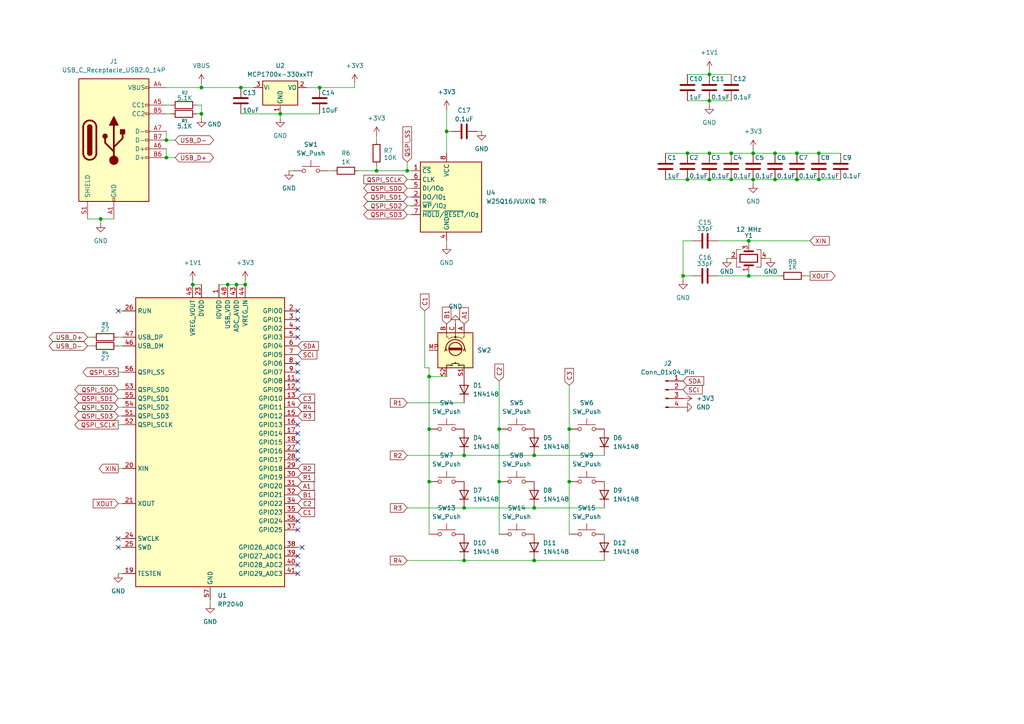
<source format=kicad_sch>
(kicad_sch (version 20250114) (generator "eeschema") (generator_version "9.0")
  (paper "A4")
  (lib_symbols
    (symbol "Connector:Conn_01x04_Pin" (pin_names (offset 1.016) (hide yes))
      (property "Reference" "J" (at 0 5.08 0))
      (property "Value" "Conn_01x04_Pin" (at 0 -7.62 0))
      (symbol "Conn_01x04_Pin_1_1"
        (pin passive line (at 5.08 2.54 180) (length 3.81) (name "Pin_1") (number "1"))
        (pin passive line (at 5.08 0 180) (length 3.81) (name "Pin_2") (number "2"))
        (pin passive line (at 5.08 -2.54 180) (length 3.81) (name "Pin_3") (number "3"))
        (pin passive line (at 5.08 -5.08 180) (length 3.81) (name "Pin_4") (number "4"))
      )
    )
    (symbol "Connector:USB_C_Receptacle_USB2.0_14P" (pin_names (offset 1.016))
      (property "Reference" "J" (at 0 22.225 0))
      (property "Value" "USB_C_Receptacle_USB2.0_14P" (at 0 19.685 0))
      (symbol "USB_C_Receptacle_USB2.0_14P_1_1"
        (pin passive line (at -7.62 -22.86 90) (length 5.08) (name "SHIELD") (number "S1"))
        (pin passive line (at 0 -22.86 90) (length 5.08) (name "GND") (number "A1"))
        (pin passive line (at 0 -22.86 90) (length 5.08) (hide yes) (name "GND") (number "A12"))
        (pin passive line (at 0 -22.86 90) (length 5.08) (hide yes) (name "GND") (number "B1"))
        (pin passive line (at 0 -22.86 90) (length 5.08) (hide yes) (name "GND") (number "B12"))
        (pin passive line (at 15.24 15.24 180) (length 5.08) (name "VBUS") (number "A4"))
        (pin passive line (at 15.24 15.24 180) (length 5.08) (hide yes) (name "VBUS") (number "A9"))
        (pin passive line (at 15.24 15.24 180) (length 5.08) (hide yes) (name "VBUS") (number "B4"))
        (pin passive line (at 15.24 15.24 180) (length 5.08) (hide yes) (name "VBUS") (number "B9"))
        (pin bidirectional line (at 15.24 10.16 180) (length 5.08) (name "CC1") (number "A5"))
        (pin bidirectional line (at 15.24 7.62 180) (length 5.08) (name "CC2") (number "B5"))
        (pin bidirectional line (at 15.24 2.54 180) (length 5.08) (name "D-") (number "A7"))
        (pin bidirectional line (at 15.24 0 180) (length 5.08) (name "D-") (number "B7"))
        (pin bidirectional line (at 15.24 -2.54 180) (length 5.08) (name "D+") (number "A6"))
        (pin bidirectional line (at 15.24 -5.08 180) (length 5.08) (name "D+") (number "B6"))
      )
    )
    (symbol "Device:C" (pin_numbers (hide yes)) (pin_names (offset 0.254))
      (property "Reference" "C" (at 0.635 2.54 0))
      (property "Value" "C" (at 0.635 -2.54 0))
      (symbol "C_1_1"
        (pin passive line (at 0 3.81 270) (length 2.794) (name "~") (number "1"))
        (pin passive line (at 0 -3.81 90) (length 2.794) (name "~") (number "2"))
      )
    )
    (symbol "Device:Crystal_GND24" (pin_names (offset 1.016) (hide yes))
      (property "Reference" "Y" (at 3.175 5.08 0))
      (property "Value" "Crystal_GND24" (at 3.175 3.175 0))
      (symbol "Crystal_GND24_1_1"
        (pin passive line (at -3.81 0 0) (length 1.27) (name "1") (number "1"))
        (pin passive line (at 0 5.08 270) (length 1.27) (name "2") (number "2"))
        (pin passive line (at 0 -5.08 90) (length 1.27) (name "4") (number "4"))
        (pin passive line (at 3.81 0 180) (length 1.27) (name "3") (number "3"))
      )
    )
    (symbol "Device:R" (pin_numbers (hide yes)) (pin_names (offset 0))
      (property "Reference" "R" (at 2.032 0 90))
      (property "Value" "R" (at 0 0 90))
      (symbol "R_1_1"
        (pin passive line (at 0 3.81 270) (length 1.27) (name "~") (number "1"))
        (pin passive line (at 0 -3.81 90) (length 1.27) (name "~") (number "2"))
      )
    )
    (symbol "Device:RotaryEncoder_Switch_MP" (pin_names (offset 0.254) (hide yes))
      (property "Reference" "SW" (at 0 8.89 0))
      (property "Value" "RotaryEncoder_Switch_MP" (at 0 6.35 0))
      (symbol "RotaryEncoder_Switch_MP_1_1"
        (pin passive line (at -7.62 2.54 0) (length 2.54) (name "A") (number "A"))
        (pin passive line (at -7.62 0 0) (length 2.54) (name "C") (number "C"))
        (pin passive line (at -7.62 -2.54 0) (length 2.54) (name "B") (number "B"))
        (pin passive line (at 0 -7.62 90) (length 2.54) (name "MP") (number "MP"))
        (pin passive line (at 7.62 2.54 180) (length 2.54) (name "S1") (number "S1"))
        (pin passive line (at 7.62 -2.54 180) (length 2.54) (name "S2") (number "S2"))
      )
    )
    (symbol "Diode:1N4148" (pin_numbers (hide yes)) (pin_names (hide yes))
      (property "Reference" "D" (at 0 2.54 0))
      (property "Value" "1N4148" (at 0 -2.54 0))
      (symbol "1N4148_1_1"
        (pin passive line (at -3.81 0 0) (length 2.54) (name "K") (number "1"))
        (pin passive line (at 3.81 0 180) (length 2.54) (name "A") (number "2"))
      )
    )
    (symbol "MCU_RaspberryPi:RP2040"
      (property "Reference" "U" (at 17.78 45.72 0))
      (property "Value" "RP2040" (at 17.78 43.18 0))
      (symbol "RP2040_1_1"
        (pin input line (at -25.4 38.1 0) (length 3.81) (name "RUN") (number "26"))
        (pin bidirectional line (at -25.4 30.48 0) (length 3.81) (name "USB_DP") (number "47"))
        (pin bidirectional line (at -25.4 27.94 0) (length 3.81) (name "USB_DM") (number "46"))
        (pin bidirectional line (at -25.4 20.32 0) (length 3.81) (name "QSPI_SS") (number "56"))
        (pin bidirectional line (at -25.4 15.24 0) (length 3.81) (name "QSPI_SD0") (number "53"))
        (pin bidirectional line (at -25.4 12.7 0) (length 3.81) (name "QSPI_SD1") (number "55"))
        (pin bidirectional line (at -25.4 10.16 0) (length 3.81) (name "QSPI_SD2") (number "54"))
        (pin bidirectional line (at -25.4 7.62 0) (length 3.81) (name "QSPI_SD3") (number "51"))
        (pin output line (at -25.4 5.08 0) (length 3.81) (name "QSPI_SCLK") (number "52"))
        (pin input line (at -25.4 -7.62 0) (length 3.81) (name "XIN") (number "20"))
        (pin passive line (at -25.4 -17.78 0) (length 3.81) (name "XOUT") (number "21"))
        (pin input line (at -25.4 -27.94 0) (length 3.81) (name "SWCLK") (number "24"))
        (pin bidirectional line (at -25.4 -30.48 0) (length 3.81) (name "SWD") (number "25"))
        (pin input line (at -25.4 -38.1 0) (length 3.81) (name "TESTEN") (number "19"))
        (pin power_out line (at -5.08 45.72 270) (length 3.81) (name "VREG_VOUT") (number "45"))
        (pin power_in line (at -2.54 45.72 270) (length 3.81) (name "DVDD") (number "23"))
        (pin passive line (at -2.54 45.72 270) (length 3.81) (hide yes) (name "DVDD") (number "50"))
        (pin power_in line (at 0 -45.72 90) (length 3.81) (name "GND") (number "57"))
        (pin power_in line (at 2.54 45.72 270) (length 3.81) (name "IOVDD") (number "1"))
        (pin passive line (at 2.54 45.72 270) (length 3.81) (hide yes) (name "IOVDD") (number "10"))
        (pin passive line (at 2.54 45.72 270) (length 3.81) (hide yes) (name "IOVDD") (number "22"))
        (pin passive line (at 2.54 45.72 270) (length 3.81) (hide yes) (name "IOVDD") (number "33"))
        (pin passive line (at 2.54 45.72 270) (length 3.81) (hide yes) (name "IOVDD") (number "42"))
        (pin passive line (at 2.54 45.72 270) (length 3.81) (hide yes) (name "IOVDD") (number "49"))
        (pin power_in line (at 5.08 45.72 270) (length 3.81) (name "USB_VDD") (number "48"))
        (pin power_in line (at 7.62 45.72 270) (length 3.81) (name "ADC_AVDD") (number "43"))
        (pin power_in line (at 10.16 45.72 270) (length 3.81) (name "VREG_IN") (number "44"))
        (pin bidirectional line (at 25.4 38.1 180) (length 3.81) (name "GPIO0") (number "2"))
        (pin bidirectional line (at 25.4 35.56 180) (length 3.81) (name "GPIO1") (number "3"))
        (pin bidirectional line (at 25.4 33.02 180) (length 3.81) (name "GPIO2") (number "4"))
        (pin bidirectional line (at 25.4 30.48 180) (length 3.81) (name "GPIO3") (number "5"))
        (pin bidirectional line (at 25.4 27.94 180) (length 3.81) (name "GPIO4") (number "6"))
        (pin bidirectional line (at 25.4 25.4 180) (length 3.81) (name "GPIO5") (number "7"))
        (pin bidirectional line (at 25.4 22.86 180) (length 3.81) (name "GPIO6") (number "8"))
        (pin bidirectional line (at 25.4 20.32 180) (length 3.81) (name "GPIO7") (number "9"))
        (pin bidirectional line (at 25.4 17.78 180) (length 3.81) (name "GPIO8") (number "11"))
        (pin bidirectional line (at 25.4 15.24 180) (length 3.81) (name "GPIO9") (number "12"))
        (pin bidirectional line (at 25.4 12.7 180) (length 3.81) (name "GPIO10") (number "13"))
        (pin bidirectional line (at 25.4 10.16 180) (length 3.81) (name "GPIO11") (number "14"))
        (pin bidirectional line (at 25.4 7.62 180) (length 3.81) (name "GPIO12") (number "15"))
        (pin bidirectional line (at 25.4 5.08 180) (length 3.81) (name "GPIO13") (number "16"))
        (pin bidirectional line (at 25.4 2.54 180) (length 3.81) (name "GPIO14") (number "17"))
        (pin bidirectional line (at 25.4 0 180) (length 3.81) (name "GPIO15") (number "18"))
        (pin bidirectional line (at 25.4 -2.54 180) (length 3.81) (name "GPIO16") (number "27"))
        (pin bidirectional line (at 25.4 -5.08 180) (length 3.81) (name "GPIO17") (number "28"))
        (pin bidirectional line (at 25.4 -7.62 180) (length 3.81) (name "GPIO18") (number "29"))
        (pin bidirectional line (at 25.4 -10.16 180) (length 3.81) (name "GPIO19") (number "30"))
        (pin bidirectional line (at 25.4 -12.7 180) (length 3.81) (name "GPIO20") (number "31"))
        (pin bidirectional line (at 25.4 -15.24 180) (length 3.81) (name "GPIO21") (number "32"))
        (pin bidirectional line (at 25.4 -17.78 180) (length 3.81) (name "GPIO22") (number "34"))
        (pin bidirectional line (at 25.4 -20.32 180) (length 3.81) (name "GPIO23") (number "35"))
        (pin bidirectional line (at 25.4 -22.86 180) (length 3.81) (name "GPIO24") (number "36"))
        (pin bidirectional line (at 25.4 -25.4 180) (length 3.81) (name "GPIO25") (number "37"))
        (pin bidirectional line (at 25.4 -30.48 180) (length 3.81) (name "GPIO26_ADC0") (number "38"))
        (pin bidirectional line (at 25.4 -33.02 180) (length 3.81) (name "GPIO27_ADC1") (number "39"))
        (pin bidirectional line (at 25.4 -35.56 180) (length 3.81) (name "GPIO28_ADC2") (number "40"))
        (pin bidirectional line (at 25.4 -38.1 180) (length 3.81) (name "GPIO29_ADC3") (number "41"))
      )
    )
    (symbol "Memory_Flash:W25Q16JVSS"
      (property "Reference" "U" (at -6.35 11.43 0))
      (property "Value" "W25Q16JVSS" (at 7.62 11.43 0))
      (symbol "W25Q16JVSS_1_1"
        (pin input line (at -10.16 7.62 0) (length 2.54) (name "~{CS}") (number "1"))
        (pin input line (at -10.16 5.08 0) (length 2.54) (name "CLK") (number "6"))
        (pin bidirectional line (at -10.16 2.54 0) (length 2.54) (name "DI/IO_{0}") (number "5"))
        (pin bidirectional line (at -10.16 0 0) (length 2.54) (name "DO/IO_{1}") (number "2"))
        (pin bidirectional line (at -10.16 -2.54 0) (length 2.54) (name "~{WP}/IO_{2}") (number "3"))
        (pin bidirectional line (at -10.16 -5.08 0) (length 2.54) (name "~{HOLD}/~{RESET}/IO_{3}") (number "7"))
        (pin power_in line (at 0 12.7 270) (length 2.54) (name "VCC") (number "8"))
        (pin power_in line (at 0 -12.7 90) (length 2.54) (name "GND") (number "4"))
      )
    )
    (symbol "Regulator_Linear:MCP1700x-330xxTT" (pin_names (offset 0.254))
      (property "Reference" "U" (at -3.81 3.175 0))
      (property "Value" "MCP1700x-330xxTT" (at 0 3.175 0))
      (symbol "MCP1700x-330xxTT_1_1"
        (pin power_in line (at -7.62 0 0) (length 2.54) (name "VI") (number "3"))
        (pin power_in line (at 0 -7.62 90) (length 2.54) (name "GND") (number "1"))
        (pin power_out line (at 7.62 0 180) (length 2.54) (name "VO") (number "2"))
      )
    )
    (symbol "Switch:SW_Push" (pin_numbers (hide yes)) (pin_names (offset 1.016) (hide yes))
      (property "Reference" "SW" (at 1.27 2.54 0))
      (property "Value" "SW_Push" (at 0 -1.524 0))
      (symbol "SW_Push_0_1"
        (pin passive line (at -5.08 0 0) (length 2.54) (name "1") (number "1"))
        (pin passive line (at 5.08 0 180) (length 2.54) (name "2") (number "2"))
      )
    )
    (symbol "power:+1V1" (power) (pin_numbers (hide yes)) (pin_names (offset 0) (hide yes))
      (property "Value" "+1V1" (at 0 3.556 0))
      (symbol "+1V1_1_1"
        (pin power_in line (at 0 0 90) (length 0) (name "~") (number "1"))
      )
    )
    (symbol "power:+3V3" (power) (pin_numbers (hide yes)) (pin_names (offset 0) (hide yes))
      (property "Value" "+3V3" (at 0 3.556 0))
      (symbol "+3V3_1_1"
        (pin power_in line (at 0 0 90) (length 0) (name "~") (number "1"))
      )
    )
    (symbol "power:GND" (power) (pin_numbers (hide yes)) (pin_names (offset 0) (hide yes))
      (property "Value" "GND" (at 0 -3.81 0))
      (symbol "GND_1_1"
        (pin power_in line (at 0 0 270) (length 0) (name "~") (number "1"))
      )
    )
    (symbol "power:VBUS" (power) (pin_numbers (hide yes)) (pin_names (offset 0) (hide yes))
      (property "Value" "VBUS" (at 0 3.556 0))
      (symbol "VBUS_1_1"
        (pin power_in line (at 0 0 90) (length 0) (name "~") (number "1"))
      )
    )
  )
  (junction (at 212.09 52.07))
  (junction (at 81.28 33.02))
  (junction (at 224.79 52.07))
  (junction (at 205.74 21.59))
  (junction (at 237.49 52.07))
  (junction (at 165.1 124.46))
  (junction (at 231.14 44.45))
  (junction (at 66.04 82.55))
  (junction (at 55.88 82.55))
  (junction (at 109.22 49.53))
  (junction (at 144.78 124.46))
  (junction (at 48.26 40.64))
  (junction (at 198.12 80.01))
  (junction (at 118.11 49.53))
  (junction (at 217.17 69.85))
  (junction (at 92.71 25.4))
  (junction (at 217.17 80.01))
  (junction (at 154.94 147.32))
  (junction (at 129.54 38.1))
  (junction (at 124.46 109.22))
  (junction (at 237.49 44.45))
  (junction (at 199.39 44.45))
  (junction (at 154.94 132.08))
  (junction (at 144.78 139.7))
  (junction (at 68.58 82.55))
  (junction (at 205.74 44.45))
  (junction (at 134.62 132.08))
  (junction (at 69.85 25.4))
  (junction (at 124.46 139.7))
  (junction (at 58.42 33.02))
  (junction (at 218.44 44.45))
  (junction (at 134.62 147.32))
  (junction (at 199.39 52.07))
  (junction (at 134.62 162.56))
  (junction (at 124.46 124.46))
  (junction (at 218.44 52.07))
  (junction (at 165.1 139.7))
  (junction (at 58.42 25.4))
  (junction (at 205.74 52.07))
  (junction (at 224.79 44.45))
  (junction (at 48.26 45.72))
  (junction (at 71.12 82.55))
  (junction (at 154.94 162.56))
  (junction (at 231.14 52.07))
  (junction (at 212.09 44.45))
  (junction (at 29.21 63.5))
  (junction (at 205.74 29.21))
  (no_connect (at 86.36 107.95))
  (no_connect (at 87.63 158.75))
  (no_connect (at 34.29 158.75))
  (no_connect (at 86.36 151.13))
  (no_connect (at 86.36 92.71))
  (no_connect (at 34.29 90.17))
  (no_connect (at 86.36 105.41))
  (no_connect (at 34.29 156.21))
  (no_connect (at 86.36 125.73))
  (no_connect (at 86.36 130.81))
  (no_connect (at 86.36 163.83))
  (no_connect (at 86.36 153.67))
  (no_connect (at 86.36 113.03))
  (no_connect (at 86.36 128.27))
  (no_connect (at 86.36 166.37))
  (no_connect (at 86.36 90.17))
  (no_connect (at 86.36 123.19))
  (no_connect (at 86.36 133.35))
  (no_connect (at 86.36 110.49))
  (no_connect (at 86.36 97.79))
  (no_connect (at 86.36 95.25))
  (no_connect (at 86.36 161.29))
  (wire (pts (xy 154.94 162.56) (xy 175.26 162.56)))
  (wire (pts (xy 58.42 24.13) (xy 58.42 25.4)))
  (wire (pts (xy 60.96 175.26) (xy 60.96 173.99)))
  (wire (pts (xy 69.85 25.4) (xy 73.66 25.4)))
  (wire (pts (xy 144.78 110.49) (xy 144.78 124.46)))
  (wire (pts (xy 102.87 25.4) (xy 92.71 25.4)))
  (wire (pts (xy 69.85 33.02) (xy 81.28 33.02)))
  (wire (pts (xy 218.44 53.34) (xy 218.44 52.07)))
  (wire (pts (xy 224.79 52.07) (xy 231.14 52.07)))
  (wire (pts (xy 34.29 156.21) (xy 35.56 156.21)))
  (wire (pts (xy 83.82 49.53) (xy 85.09 49.53)))
  (wire (pts (xy 205.74 29.21) (xy 212.09 29.21)))
  (wire (pts (xy 55.88 82.55) (xy 58.42 82.55)))
  (wire (pts (xy 224.79 44.45) (xy 231.14 44.45)))
  (wire (pts (xy 134.62 132.08) (xy 154.94 132.08)))
  (wire (pts (xy 144.78 124.46) (xy 144.78 139.7)))
  (wire (pts (xy 165.1 124.46) (xy 165.1 139.7)))
  (wire (pts (xy 118.11 54.61) (xy 119.38 54.61)))
  (wire (pts (xy 205.74 30.48) (xy 205.74 29.21)))
  (wire (pts (xy 154.94 147.32) (xy 175.26 147.32)))
  (wire (pts (xy 165.1 111.76) (xy 165.1 124.46)))
  (wire (pts (xy 212.09 52.07) (xy 218.44 52.07)))
  (wire (pts (xy 58.42 25.4) (xy 69.85 25.4)))
  (wire (pts (xy 154.94 132.08) (xy 175.26 132.08)))
  (wire (pts (xy 205.74 20.32) (xy 205.74 21.59)))
  (wire (pts (xy 34.29 146.05) (xy 35.56 146.05)))
  (wire (pts (xy 34.29 113.03) (xy 35.56 113.03)))
  (wire (pts (xy 81.28 33.02) (xy 92.71 33.02)))
  (wire (pts (xy 48.26 40.64) (xy 50.8 40.64)))
  (wire (pts (xy 63.5 82.55) (xy 66.04 82.55)))
  (wire (pts (xy 118.11 49.53) (xy 118.11 46.99)))
  (wire (pts (xy 124.46 106.68) (xy 124.46 109.22)))
  (wire (pts (xy 165.1 139.7) (xy 165.1 154.94)))
  (wire (pts (xy 129.54 71.12) (xy 129.54 69.85)))
  (wire (pts (xy 25.4 97.79) (xy 26.67 97.79)))
  (wire (pts (xy 124.46 124.46) (xy 124.46 109.22)))
  (wire (pts (xy 34.29 123.19) (xy 35.56 123.19)))
  (wire (pts (xy 124.46 124.46) (xy 124.46 139.7)))
  (wire (pts (xy 118.11 132.08) (xy 134.62 132.08)))
  (wire (pts (xy 25.4 100.33) (xy 26.67 100.33)))
  (wire (pts (xy 34.29 90.17) (xy 35.56 90.17)))
  (wire (pts (xy 55.88 81.28) (xy 55.88 82.55)))
  (wire (pts (xy 218.44 52.07) (xy 224.79 52.07)))
  (wire (pts (xy 205.74 52.07) (xy 212.09 52.07)))
  (wire (pts (xy 144.78 139.7) (xy 144.78 154.94)))
  (wire (pts (xy 87.63 158.75) (xy 86.36 158.75)))
  (wire (pts (xy 208.28 69.85) (xy 217.17 69.85)))
  (wire (pts (xy 212.09 44.45) (xy 218.44 44.45)))
  (wire (pts (xy 88.9 25.4) (xy 92.71 25.4)))
  (wire (pts (xy 102.87 24.13) (xy 102.87 25.4)))
  (wire (pts (xy 237.49 44.45) (xy 243.84 44.45)))
  (wire (pts (xy 118.11 52.07) (xy 119.38 52.07)))
  (wire (pts (xy 134.62 162.56) (xy 154.94 162.56)))
  (wire (pts (xy 198.12 80.01) (xy 200.66 80.01)))
  (wire (pts (xy 231.14 52.07) (xy 237.49 52.07)))
  (wire (pts (xy 199.39 44.45) (xy 205.74 44.45)))
  (wire (pts (xy 49.53 30.48) (xy 48.26 30.48)))
  (wire (pts (xy 217.17 69.85) (xy 234.95 69.85)))
  (wire (pts (xy 217.17 69.85) (xy 217.17 71.12)))
  (wire (pts (xy 199.39 52.07) (xy 205.74 52.07)))
  (wire (pts (xy 199.39 29.21) (xy 205.74 29.21)))
  (wire (pts (xy 205.74 44.45) (xy 212.09 44.45)))
  (wire (pts (xy 139.7 38.1) (xy 138.43 38.1)))
  (wire (pts (xy 34.29 135.89) (xy 35.56 135.89)))
  (wire (pts (xy 104.14 49.53) (xy 109.22 49.53)))
  (wire (pts (xy 109.22 48.26) (xy 109.22 49.53)))
  (wire (pts (xy 193.04 44.45) (xy 199.39 44.45)))
  (wire (pts (xy 200.66 69.85) (xy 198.12 69.85)))
  (wire (pts (xy 48.26 25.4) (xy 58.42 25.4)))
  (wire (pts (xy 208.28 80.01) (xy 217.17 80.01)))
  (wire (pts (xy 231.14 44.45) (xy 237.49 44.45)))
  (wire (pts (xy 68.58 82.55) (xy 71.12 82.55)))
  (wire (pts (xy 124.46 139.7) (xy 124.46 154.94)))
  (wire (pts (xy 118.11 57.15) (xy 119.38 57.15)))
  (wire (pts (xy 71.12 81.28) (xy 71.12 82.55)))
  (wire (pts (xy 57.15 33.02) (xy 58.42 33.02)))
  (wire (pts (xy 123.19 90.17) (xy 123.19 106.68)))
  (wire (pts (xy 237.49 52.07) (xy 243.84 52.07)))
  (wire (pts (xy 58.42 33.02) (xy 58.42 34.29)))
  (wire (pts (xy 234.95 80.01) (xy 233.68 80.01)))
  (wire (pts (xy 118.11 59.69) (xy 119.38 59.69)))
  (wire (pts (xy 29.21 63.5) (xy 33.02 63.5)))
  (wire (pts (xy 193.04 52.07) (xy 199.39 52.07)))
  (wire (pts (xy 34.29 166.37) (xy 35.56 166.37)))
  (wire (pts (xy 218.44 44.45) (xy 224.79 44.45)))
  (wire (pts (xy 34.29 120.65) (xy 35.56 120.65)))
  (wire (pts (xy 109.22 49.53) (xy 118.11 49.53)))
  (wire (pts (xy 198.12 81.28) (xy 198.12 80.01)))
  (wire (pts (xy 34.29 158.75) (xy 35.56 158.75)))
  (wire (pts (xy 218.44 43.18) (xy 218.44 44.45)))
  (wire (pts (xy 217.17 78.74) (xy 217.17 80.01)))
  (wire (pts (xy 129.54 31.75) (xy 129.54 38.1)))
  (wire (pts (xy 34.29 115.57) (xy 35.56 115.57)))
  (wire (pts (xy 34.29 107.95) (xy 35.56 107.95)))
  (wire (pts (xy 81.28 34.29) (xy 81.28 33.02)))
  (wire (pts (xy 57.15 30.48) (xy 58.42 30.48)))
  (wire (pts (xy 123.19 106.68) (xy 124.46 106.68)))
  (wire (pts (xy 118.11 147.32) (xy 134.62 147.32)))
  (wire (pts (xy 48.26 45.72) (xy 50.8 45.72)))
  (wire (pts (xy 118.11 162.56) (xy 134.62 162.56)))
  (wire (pts (xy 25.4 63.5) (xy 29.21 63.5)))
  (wire (pts (xy 210.82 74.93) (xy 212.09 74.93)))
  (wire (pts (xy 124.46 109.22) (xy 129.54 109.22)))
  (wire (pts (xy 34.29 100.33) (xy 35.56 100.33)))
  (wire (pts (xy 118.11 62.23) (xy 119.38 62.23)))
  (wire (pts (xy 48.26 38.1) (xy 48.26 40.64)))
  (wire (pts (xy 129.54 38.1) (xy 129.54 44.45)))
  (wire (pts (xy 109.22 39.37) (xy 109.22 40.64)))
  (wire (pts (xy 134.62 147.32) (xy 154.94 147.32)))
  (wire (pts (xy 66.04 82.55) (xy 68.58 82.55)))
  (wire (pts (xy 205.74 21.59) (xy 212.09 21.59)))
  (wire (pts (xy 118.11 49.53) (xy 119.38 49.53)))
  (wire (pts (xy 130.81 38.1) (xy 129.54 38.1)))
  (wire (pts (xy 58.42 30.48) (xy 58.42 33.02)))
  (wire (pts (xy 48.26 43.18) (xy 48.26 45.72)))
  (wire (pts (xy 29.21 64.77) (xy 29.21 63.5)))
  (wire (pts (xy 223.52 74.93) (xy 222.25 74.93)))
  (wire (pts (xy 34.29 118.11) (xy 35.56 118.11)))
  (wire (pts (xy 217.17 80.01) (xy 226.06 80.01)))
  (wire (pts (xy 199.39 21.59) (xy 205.74 21.59)))
  (wire (pts (xy 34.29 97.79) (xy 35.56 97.79)))
  (wire (pts (xy 49.53 33.02) (xy 48.26 33.02)))
  (wire (pts (xy 198.12 69.85) (xy 198.12 80.01)))
  (wire (pts (xy 118.11 116.84) (xy 134.62 116.84)))
  (wire (pts (xy 95.25 49.53) (xy 96.52 49.53)))
  (global_label "C2" (shape input) (at 144.78 110.49 90) (property "Intersheetrefs" "${INTERSHEET_REFS}" (effects (hide yes))))
  (global_label "USB_D+" (shape bidirectional) (at 50.8 45.72 0) (property "Intersheetrefs" "${INTERSHEET_REFS}" (effects (hide yes))))
  (global_label "R4" (shape input) (at 118.11 162.56 180) (property "Intersheetrefs" "${INTERSHEET_REFS}" (effects (hide yes))))
  (global_label "XIN" (shape input) (at 234.95 69.85 0) (property "Intersheetrefs" "${INTERSHEET_REFS}" (effects (hide yes))))
  (global_label "R3" (shape input) (at 118.11 147.32 180) (property "Intersheetrefs" "${INTERSHEET_REFS}" (effects (hide yes))))
  (global_label "XOUT" (shape output) (at 234.95 80.01 0) (property "Intersheetrefs" "${INTERSHEET_REFS}" (effects (hide yes))))
  (global_label "QSPI_SD2" (shape bidirectional) (at 34.29 118.11 180) (property "Intersheetrefs" "${INTERSHEET_REFS}" (effects (hide yes))))
  (global_label "QSPI_SCLK" (shape output) (at 34.29 123.19 180) (property "Intersheetrefs" "${INTERSHEET_REFS}" (effects (hide yes))))
  (global_label "QSPI_SD3" (shape bidirectional) (at 34.29 120.65 180) (property "Intersheetrefs" "${INTERSHEET_REFS}" (effects (hide yes))))
  (global_label "QSPI_SS" (shape output) (at 34.29 107.95 180) (property "Intersheetrefs" "${INTERSHEET_REFS}" (effects (hide yes))))
  (global_label "USB_D-" (shape bidirectional) (at 50.8 40.64 0) (property "Intersheetrefs" "${INTERSHEET_REFS}" (effects (hide yes))))
  (global_label "QSPI_SD2" (shape bidirectional) (at 118.11 59.69 180) (property "Intersheetrefs" "${INTERSHEET_REFS}" (effects (hide yes))))
  (global_label "XIN" (shape output) (at 34.29 135.89 180) (property "Intersheetrefs" "${INTERSHEET_REFS}" (effects (hide yes))))
  (global_label "QSPI_SD1" (shape bidirectional) (at 118.11 57.15 180) (property "Intersheetrefs" "${INTERSHEET_REFS}" (effects (hide yes))))
  (global_label "R4" (shape input) (at 86.36 118.11 0) (property "Intersheetrefs" "${INTERSHEET_REFS}" (effects (hide yes))))
  (global_label "C1" (shape input) (at 86.36 148.59 0) (property "Intersheetrefs" "${INTERSHEET_REFS}" (effects (hide yes))))
  (global_label "QSPI_SD0" (shape bidirectional) (at 34.29 113.03 180) (property "Intersheetrefs" "${INTERSHEET_REFS}" (effects (hide yes))))
  (global_label "B1" (shape input) (at 129.54 93.98 90) (property "Intersheetrefs" "${INTERSHEET_REFS}" (effects (hide yes))))
  (global_label "QSPI_SCLK" (shape input) (at 118.11 52.07 180) (property "Intersheetrefs" "${INTERSHEET_REFS}" (effects (hide yes))))
  (global_label "R2" (shape input) (at 118.11 132.08 180) (property "Intersheetrefs" "${INTERSHEET_REFS}" (effects (hide yes))))
  (global_label "SDA" (shape input) (at 198.12 110.49 0) (property "Intersheetrefs" "${INTERSHEET_REFS}" (effects (hide yes))))
  (global_label "SDA" (shape input) (at 86.36 100.33 0) (property "Intersheetrefs" "${INTERSHEET_REFS}" (effects (hide yes))))
  (global_label "USB_D-" (shape bidirectional) (at 25.4 100.33 180) (property "Intersheetrefs" "${INTERSHEET_REFS}" (effects (hide yes))))
  (global_label "QSPI_SD1" (shape bidirectional) (at 34.29 115.57 180) (property "Intersheetrefs" "${INTERSHEET_REFS}" (effects (hide yes))))
  (global_label "USB_D+" (shape bidirectional) (at 25.4 97.79 180) (property "Intersheetrefs" "${INTERSHEET_REFS}" (effects (hide yes))))
  (global_label "R1" (shape input) (at 86.36 138.43 0) (property "Intersheetrefs" "${INTERSHEET_REFS}" (effects (hide yes))))
  (global_label "QSPI_SD3" (shape bidirectional) (at 118.11 62.23 180) (property "Intersheetrefs" "${INTERSHEET_REFS}" (effects (hide yes))))
  (global_label "C3" (shape input) (at 165.1 111.76 90) (property "Intersheetrefs" "${INTERSHEET_REFS}" (effects (hide yes))))
  (global_label "SCl" (shape input) (at 86.36 102.87 0) (property "Intersheetrefs" "${INTERSHEET_REFS}" (effects (hide yes))))
  (global_label "C1" (shape input) (at 123.19 90.17 90) (property "Intersheetrefs" "${INTERSHEET_REFS}" (effects (hide yes))))
  (global_label "R2" (shape input) (at 86.36 135.89 0) (property "Intersheetrefs" "${INTERSHEET_REFS}" (effects (hide yes))))
  (global_label "A1" (shape input) (at 134.62 93.98 90) (property "Intersheetrefs" "${INTERSHEET_REFS}" (effects (hide yes))))
  (global_label "R3" (shape input) (at 86.36 120.65 0) (property "Intersheetrefs" "${INTERSHEET_REFS}" (effects (hide yes))))
  (global_label "QSPI_SS" (shape input) (at 118.11 46.99 90) (property "Intersheetrefs" "${INTERSHEET_REFS}" (effects (hide yes))))
  (global_label "A1" (shape input) (at 86.36 140.97 0) (property "Intersheetrefs" "${INTERSHEET_REFS}" (effects (hide yes))))
  (global_label "C2" (shape input) (at 86.36 146.05 0) (property "Intersheetrefs" "${INTERSHEET_REFS}" (effects (hide yes))))
  (global_label "B1" (shape input) (at 86.36 143.51 0) (property "Intersheetrefs" "${INTERSHEET_REFS}" (effects (hide yes))))
  (global_label "QSPI_SD0" (shape bidirectional) (at 118.11 54.61 180) (property "Intersheetrefs" "${INTERSHEET_REFS}" (effects (hide yes))))
  (global_label "R1" (shape input) (at 118.11 116.84 180) (property "Intersheetrefs" "${INTERSHEET_REFS}" (effects (hide yes))))
  (global_label "XOUT" (shape input) (at 34.29 146.05 180) (property "Intersheetrefs" "${INTERSHEET_REFS}" (effects (hide yes))))
  (global_label "C3" (shape input) (at 86.36 115.57 0) (property "Intersheetrefs" "${INTERSHEET_REFS}" (effects (hide yes))))
  (global_label "SCl" (shape input) (at 198.12 113.03 0) (property "Intersheetrefs" "${INTERSHEET_REFS}" (effects (hide yes))))
  (symbol (lib_id "Device:C") (at 204.47 69.85 90) (unit 1)
    (property "Reference" "C15" (at 204.47 64.516 90))
    (property "Value" "33pF" (at 204.47 66.294 90))
    (property "Footprint" "Capacitor_SMD:C_0402_1005Metric" (effects (hide yes)))
    (property "Description" "Unpolarized capacitor" (effects (hide yes)))
  )
  (symbol (lib_id "Switch:SW_Push") (at 170.18 124.46 0) (unit 1)
    (property "Reference" "SW6" (at 170.18 116.84 0))
    (property "Value" "SW_Push" (at 170.18 119.38 0))
    (property "Footprint" "Button_Switch_Keyboard:SW_Cherry_MX_1.00u_PCB" (effects (hide yes)))
    (property "Description" "Push button switch, generic, two pins" (effects (hide yes)))
  )
  (symbol (lib_id "power:+3V3") (at 129.54 31.75 0) (unit 1)
    (property "Reference" "#PWR016" (effects (hide yes)))
    (property "Value" "+3V3" (at 129.54 26.67 0))
    (property "Description" "Power symbol creates a global label with name \"+3V3\"" (effects (hide yes)))
  )
  (symbol (lib_id "Device:C") (at 205.74 25.4 0) (unit 1)
    (property "Reference" "C11" (at 206.248 22.86 0) (effects (justify left)))
    (property "Value" "0.1uF" (at 206.248 28.194 0) (effects (justify left)))
    (property "Footprint" "Capacitor_SMD:C_0402_1005Metric" (effects (hide yes)))
    (property "Description" "Unpolarized capacitor" (effects (hide yes)))
  )
  (symbol (lib_id "Switch:SW_Push") (at 129.54 139.7 0) (unit 1)
    (property "Reference" "SW7" (at 129.54 132.08 0))
    (property "Value" "SW_Push" (at 129.54 134.62 0))
    (property "Footprint" "Button_Switch_Keyboard:SW_Cherry_MX_1.00u_PCB" (effects (hide yes)))
    (property "Description" "Push button switch, generic, two pins" (effects (hide yes)))
  )
  (symbol (lib_id "power:GND") (at 132.08 93.98 180) (unit 1)
    (property "Reference" "#PWR024" (effects (hide yes)))
    (property "Value" "GND" (at 132.08 88.9 0))
    (property "Description" "Power symbol creates a global label with name \"GND\" , ground" (effects (hide yes)))
  )
  (symbol (lib_id "Diode:1N4148") (at 175.26 158.75 90) (unit 1)
    (property "Reference" "D12" (at 177.8 157.4799 90) (effects (justify right)))
    (property "Value" "1N4148" (at 177.8 160.0199 90) (effects (justify right)))
    (property "Footprint" "Diode_THT:D_DO-35_SOD27_P7.62mm_Horizontal" (effects (hide yes)))
    (property "Datasheet" "https://assets.nexperia.com/documents/data-sheet/1N4148_1N4448.pdf" (effects (hide yes)))
    (property "Description" "100V 0.15A standard switching diode, DO-35" (effects (hide yes)))
    (property "Sim.Device" "D" (effects (hide yes)))
    (property "Sim.Pins" "1=K 2=A" (effects (hide yes)))
  )
  (symbol (lib_id "power:+1V1") (at 55.88 81.28 0) (unit 1)
    (property "Reference" "#PWR01" (effects (hide yes)))
    (property "Value" "+1V1" (at 55.88 76.2 0))
    (property "Description" "Power symbol creates a global label with name \"+1V1\"" (effects (hide yes)))
  )
  (symbol (lib_id "power:GND") (at 205.74 30.48 0) (unit 1)
    (property "Reference" "#PWR05" (effects (hide yes)))
    (property "Value" "GND" (at 205.74 35.56 0))
    (property "Description" "Power symbol creates a global label with name \"GND\" , ground" (effects (hide yes)))
  )
  (symbol (lib_id "power:GND") (at 129.54 71.12 0) (unit 1)
    (property "Reference" "#PWR017" (effects (hide yes)))
    (property "Value" "GND" (at 129.54 76.2 0))
    (property "Description" "Power symbol creates a global label with name \"GND\" , ground" (effects (hide yes)))
  )
  (symbol (lib_id "Device:R") (at 109.22 44.45 180) (unit 1)
    (property "Reference" "R7" (at 111.252 43.688 0) (effects (justify right)))
    (property "Value" "10K" (at 111.252 45.72 0) (effects (justify right)))
    (property "Footprint" "Resistor_SMD:R_0402_1005Metric" (effects (hide yes)))
    (property "Description" "Resistor" (effects (hide yes)))
  )
  (symbol (lib_id "Diode:1N4148") (at 134.62 143.51 90) (unit 1)
    (property "Reference" "D7" (at 137.16 142.2399 90) (effects (justify right)))
    (property "Value" "1N4148" (at 137.16 144.7799 90) (effects (justify right)))
    (property "Footprint" "Diode_THT:D_DO-35_SOD27_P7.62mm_Horizontal" (effects (hide yes)))
    (property "Datasheet" "https://assets.nexperia.com/documents/data-sheet/1N4148_1N4448.pdf" (effects (hide yes)))
    (property "Description" "100V 0.15A standard switching diode, DO-35" (effects (hide yes)))
    (property "Sim.Device" "D" (effects (hide yes)))
    (property "Sim.Pins" "1=K 2=A" (effects (hide yes)))
  )
  (symbol (lib_id "Switch:SW_Push") (at 149.86 139.7 0) (unit 1)
    (property "Reference" "SW8" (at 149.86 132.08 0))
    (property "Value" "SW_Push" (at 149.86 134.62 0))
    (property "Footprint" "Button_Switch_Keyboard:SW_Cherry_MX_1.00u_PCB" (effects (hide yes)))
    (property "Description" "Push button switch, generic, two pins" (effects (hide yes)))
  )
  (symbol (lib_id "Device:Crystal_GND24") (at 217.17 74.93 90) (unit 1)
    (property "Reference" "Y1" (at 217.17 68.326 90))
    (property "Value" "12 MHz" (at 217.17 66.548 90))
    (property "Footprint" "Crystal:Crystal_SMD_3225-4Pin_3.2x2.5mm" (effects (hide yes)))
    (property "Description" "Four pin crystal, GND on pins 2 and 4" (effects (hide yes)))
  )
  (symbol (lib_id "power:+3V3") (at 109.22 39.37 0) (unit 1)
    (property "Reference" "#PWR019" (effects (hide yes)))
    (property "Value" "+3V3" (at 109.22 34.29 0))
    (property "Description" "Power symbol creates a global label with name \"+3V3\"" (effects (hide yes)))
  )
  (symbol (lib_id "Device:C") (at 193.04 48.26 0) (unit 1)
    (property "Reference" "C1" (at 193.548 45.72 0) (effects (justify left)))
    (property "Value" "1uF" (at 193.548 51.054 0) (effects (justify left)))
    (property "Footprint" "Capacitor_SMD:C_0402_1005Metric" (effects (hide yes)))
    (property "Description" "Unpolarized capacitor" (effects (hide yes)))
  )
  (symbol (lib_id "power:GND") (at 223.52 74.93 0) (unit 1)
    (property "Reference" "#PWR014" (effects (hide yes)))
    (property "Value" "GND" (at 223.52 78.74 0))
    (property "Description" "Power symbol creates a global label with name \"GND\" , ground" (effects (hide yes)))
  )
  (symbol (lib_id "Device:C") (at 134.62 38.1 90) (unit 1)
    (property "Reference" "C17" (at 134.62 32.004 90))
    (property "Value" "0.1uF" (at 134.62 34.544 90))
    (property "Footprint" "Capacitor_SMD:C_0402_1005Metric" (effects (hide yes)))
    (property "Description" "Unpolarized capacitor" (effects (hide yes)))
  )
  (symbol (lib_id "Device:R") (at 30.48 97.79 90) (unit 1)
    (property "Reference" "R3" (at 30.48 93.98 90) (effects (font (size 0.889 0.889))))
    (property "Value" "27" (at 30.48 95.504 90))
    (property "Footprint" "Resistor_SMD:R_0402_1005Metric" (effects (hide yes)))
    (property "Description" "Resistor" (effects (hide yes)))
  )
  (symbol (lib_id "Regulator_Linear:MCP1700x-330xxTT") (at 81.28 25.4 0) (unit 1)
    (property "Reference" "U2" (at 81.28 19.05 0))
    (property "Value" "MCP1700x-330xxTT" (at 81.28 21.59 0))
    (property "Footprint" "Package_TO_SOT_SMD:SOT-23" (effects (hide yes)))
    (property "Datasheet" "http://ww1.microchip.com/downloads/en/DeviceDoc/20001826D.pdf" (effects (hide yes)))
    (property "Description" "250mA Low Quiscent Current LDO, 3.3V output, SOT-23" (effects (hide yes)))
  )
  (symbol (lib_id "Device:RotaryEncoder_Switch_MP") (at 132.08 101.6 270) (unit 1)
    (property "Reference" "SW2" (at 138.43 101.5999 90) (effects (justify left)))
    (property "Value" "RotaryEncoder_Switch_MP" (effects (hide yes)))
    (property "Footprint" "Rotary_Encoder:RotaryEncoder_Alps_EC11E-Switch_Vertical_H20mm" (effects (hide yes)))
    (property "Description" "Rotary encoder, dual channel, incremental quadrate outputs, with switch and MP Pin" (effects (hide yes)))
  )
  (symbol (lib_id "Device:C") (at 237.49 48.26 0) (unit 1)
    (property "Reference" "C8" (at 237.998 45.72 0) (effects (justify left)))
    (property "Value" "0.1uF" (at 237.998 51.054 0) (effects (justify left)))
    (property "Footprint" "Capacitor_SMD:C_0402_1005Metric" (effects (hide yes)))
    (property "Description" "Unpolarized capacitor" (effects (hide yes)))
  )
  (symbol (lib_id "power:VBUS") (at 58.42 24.13 0) (unit 1)
    (property "Reference" "#PWR011" (effects (hide yes)))
    (property "Value" "VBUS" (at 58.42 19.05 0))
    (property "Description" "Power symbol creates a global label with name \"VBUS\"" (effects (hide yes)))
  )
  (symbol (lib_id "Switch:SW_Push") (at 129.54 124.46 0) (unit 1)
    (property "Reference" "SW4" (at 129.54 116.84 0))
    (property "Value" "SW_Push" (at 129.54 119.38 0))
    (property "Footprint" "Button_Switch_Keyboard:SW_Cherry_MX_1.00u_PCB" (effects (hide yes)))
    (property "Description" "Push button switch, generic, two pins" (effects (hide yes)))
  )
  (symbol (lib_id "Device:C") (at 212.09 25.4 0) (unit 1)
    (property "Reference" "C12" (at 212.598 22.86 0) (effects (justify left)))
    (property "Value" "0.1uF" (at 212.598 28.194 0) (effects (justify left)))
    (property "Footprint" "Capacitor_SMD:C_0402_1005Metric" (effects (hide yes)))
    (property "Description" "Unpolarized capacitor" (effects (hide yes)))
  )
  (symbol (lib_id "Device:R") (at 30.48 100.33 90) (unit 1)
    (property "Reference" "R4" (at 30.48 102.362 90) (effects (font (size 0.889 0.889))))
    (property "Value" "27" (at 30.48 103.886 90))
    (property "Footprint" "Resistor_SMD:R_0402_1005Metric" (effects (hide yes)))
    (property "Description" "Resistor" (effects (hide yes)))
  )
  (symbol (lib_id "Device:C") (at 218.44 48.26 0) (unit 1)
    (property "Reference" "C5" (at 218.948 45.72 0) (effects (justify left)))
    (property "Value" "0.1uF" (at 218.948 51.054 0) (effects (justify left)))
    (property "Footprint" "Capacitor_SMD:C_0402_1005Metric" (effects (hide yes)))
    (property "Description" "Unpolarized capacitor" (effects (hide yes)))
  )
  (symbol (lib_id "power:GND") (at 81.28 34.29 0) (unit 1)
    (property "Reference" "#PWR010" (effects (hide yes)))
    (property "Value" "GND" (at 81.28 39.37 0))
    (property "Description" "Power symbol creates a global label with name \"GND\" , ground" (effects (hide yes)))
  )
  (symbol (lib_id "Device:C") (at 231.14 48.26 0) (unit 1)
    (property "Reference" "C7" (at 231.648 45.72 0) (effects (justify left)))
    (property "Value" "0.1uF" (at 231.648 51.054 0) (effects (justify left)))
    (property "Footprint" "Capacitor_SMD:C_0402_1005Metric" (effects (hide yes)))
    (property "Description" "Unpolarized capacitor" (effects (hide yes)))
  )
  (symbol (lib_id "Switch:SW_Push") (at 149.86 154.94 0) (unit 1)
    (property "Reference" "SW14" (at 149.86 147.32 0))
    (property "Value" "SW_Push" (at 149.86 149.86 0))
    (property "Footprint" "Button_Switch_Keyboard:SW_Cherry_MX_1.00u_PCB" (effects (hide yes)))
    (property "Description" "Push button switch, generic, two pins" (effects (hide yes)))
  )
  (symbol (lib_id "Device:C") (at 199.39 25.4 0) (unit 1)
    (property "Reference" "C10" (at 199.898 22.86 0) (effects (justify left)))
    (property "Value" "1uF" (at 199.898 28.194 0) (effects (justify left)))
    (property "Footprint" "Capacitor_SMD:C_0402_1005Metric" (effects (hide yes)))
    (property "Description" "Unpolarized capacitor" (effects (hide yes)))
  )
  (symbol (lib_id "Diode:1N4148") (at 134.62 128.27 90) (unit 1)
    (property "Reference" "D4" (at 137.16 126.9999 90) (effects (justify right)))
    (property "Value" "1N4148" (at 137.16 129.5399 90) (effects (justify right)))
    (property "Footprint" "Diode_THT:D_DO-35_SOD27_P7.62mm_Horizontal" (effects (hide yes)))
    (property "Datasheet" "https://assets.nexperia.com/documents/data-sheet/1N4148_1N4448.pdf" (effects (hide yes)))
    (property "Description" "100V 0.15A standard switching diode, DO-35" (effects (hide yes)))
    (property "Sim.Device" "D" (effects (hide yes)))
    (property "Sim.Pins" "1=K 2=A" (effects (hide yes)))
  )
  (symbol (lib_id "Device:C") (at 243.84 48.26 0) (unit 1)
    (property "Reference" "C9" (at 244.348 45.72 0) (effects (justify left)))
    (property "Value" "0.1uF" (at 244.348 51.054 0) (effects (justify left)))
    (property "Footprint" "Capacitor_SMD:C_0402_1005Metric" (effects (hide yes)))
    (property "Description" "Unpolarized capacitor" (effects (hide yes)))
  )
  (symbol (lib_id "Diode:1N4148") (at 175.26 143.51 90) (unit 1)
    (property "Reference" "D9" (at 177.8 142.2399 90) (effects (justify right)))
    (property "Value" "1N4148" (at 177.8 144.7799 90) (effects (justify right)))
    (property "Footprint" "Diode_THT:D_DO-35_SOD27_P7.62mm_Horizontal" (effects (hide yes)))
    (property "Datasheet" "https://assets.nexperia.com/documents/data-sheet/1N4148_1N4448.pdf" (effects (hide yes)))
    (property "Description" "100V 0.15A standard switching diode, DO-35" (effects (hide yes)))
    (property "Sim.Device" "D" (effects (hide yes)))
    (property "Sim.Pins" "1=K 2=A" (effects (hide yes)))
  )
  (symbol (lib_id "Diode:1N4148") (at 154.94 143.51 90) (unit 1)
    (property "Reference" "D8" (at 157.48 142.2399 90) (effects (justify right)))
    (property "Value" "1N4148" (at 157.48 144.7799 90) (effects (justify right)))
    (property "Footprint" "Diode_THT:D_DO-35_SOD27_P7.62mm_Horizontal" (effects (hide yes)))
    (property "Datasheet" "https://assets.nexperia.com/documents/data-sheet/1N4148_1N4448.pdf" (effects (hide yes)))
    (property "Description" "100V 0.15A standard switching diode, DO-35" (effects (hide yes)))
    (property "Sim.Device" "D" (effects (hide yes)))
    (property "Sim.Pins" "1=K 2=A" (effects (hide yes)))
  )
  (symbol (lib_id "Device:C") (at 205.74 48.26 0) (unit 1)
    (property "Reference" "C3" (at 206.248 45.72 0) (effects (justify left)))
    (property "Value" "0.1uF" (at 206.248 51.054 0) (effects (justify left)))
    (property "Footprint" "Capacitor_SMD:C_0402_1005Metric" (effects (hide yes)))
    (property "Description" "Unpolarized capacitor" (effects (hide yes)))
  )
  (symbol (lib_id "power:GND") (at 139.7 38.1 0) (unit 1)
    (property "Reference" "#PWR018" (effects (hide yes)))
    (property "Value" "GND" (at 139.7 43.18 0))
    (property "Description" "Power symbol creates a global label with name \"GND\" , ground" (effects (hide yes)))
  )
  (symbol (lib_id "Diode:1N4148") (at 134.62 113.03 90) (unit 1)
    (property "Reference" "D1" (at 137.16 111.7599 90) (effects (justify right)))
    (property "Value" "1N4148" (at 137.16 114.2999 90) (effects (justify right)))
    (property "Footprint" "Diode_THT:D_DO-35_SOD27_P7.62mm_Horizontal" (effects (hide yes)))
    (property "Datasheet" "https://assets.nexperia.com/documents/data-sheet/1N4148_1N4448.pdf" (effects (hide yes)))
    (property "Description" "100V 0.15A standard switching diode, DO-35" (effects (hide yes)))
    (property "Sim.Device" "D" (effects (hide yes)))
    (property "Sim.Pins" "1=K 2=A" (effects (hide yes)))
  )
  (symbol (lib_id "Device:R") (at 100.33 49.53 270) (unit 1)
    (property "Reference" "R6" (at 100.33 44.45 90))
    (property "Value" "1K" (at 100.33 46.99 90))
    (property "Footprint" "Resistor_SMD:R_0402_1005Metric" (effects (hide yes)))
    (property "Description" "Resistor" (effects (hide yes)))
  )
  (symbol (lib_id "Diode:1N4148") (at 154.94 158.75 90) (unit 1)
    (property "Reference" "D11" (at 157.48 157.4799 90) (effects (justify right)))
    (property "Value" "1N4148" (at 157.48 160.0199 90) (effects (justify right)))
    (property "Footprint" "Diode_THT:D_DO-35_SOD27_P7.62mm_Horizontal" (effects (hide yes)))
    (property "Datasheet" "https://assets.nexperia.com/documents/data-sheet/1N4148_1N4448.pdf" (effects (hide yes)))
    (property "Description" "100V 0.15A standard switching diode, DO-35" (effects (hide yes)))
    (property "Sim.Device" "D" (effects (hide yes)))
    (property "Sim.Pins" "1=K 2=A" (effects (hide yes)))
  )
  (symbol (lib_id "Connector:Conn_01x04_Pin") (at 193.04 113.03 0) (unit 1)
    (property "Reference" "J2" (at 193.675 105.41 0))
    (property "Value" "Conn_01x04_Pin" (at 193.675 107.95 0))
    (property "Footprint" "KING:OLED_128x32" (effects (hide yes)))
    (property "Description" "Generic connector, single row, 01x04, script generated" (effects (hide yes)))
  )
  (symbol (lib_id "Device:C") (at 199.39 48.26 0) (unit 1)
    (property "Reference" "C2" (at 199.898 45.72 0) (effects (justify left)))
    (property "Value" "0.1uF" (at 199.898 51.054 0) (effects (justify left)))
    (property "Footprint" "Capacitor_SMD:C_0402_1005Metric" (effects (hide yes)))
    (property "Description" "Unpolarized capacitor" (effects (hide yes)))
  )
  (symbol (lib_id "Connector:USB_C_Receptacle_USB2.0_14P") (at 33.02 40.64 0) (unit 1)
    (property "Reference" "J1" (at 33.02 17.78 0))
    (property "Value" "USB_C_Receptacle_USB2.0_14P" (at 33.02 20.32 0))
    (property "Footprint" "Connector_USB:USB_C_Receptacle_HRO_TYPE-C-31-M-12" (effects (hide yes)))
    (property "Datasheet" "https://www.usb.org/sites/default/files/documents/usb_type-c.zip" (effects (hide yes)))
    (property "Description" "USB 2.0-only 14P Type-C Receptacle connector" (effects (hide yes)))
  )
  (symbol (lib_id "Diode:1N4148") (at 134.62 158.75 90) (unit 1)
    (property "Reference" "D10" (at 137.16 157.4799 90) (effects (justify right)))
    (property "Value" "1N4148" (at 137.16 160.0199 90) (effects (justify right)))
    (property "Footprint" "Diode_THT:D_DO-35_SOD27_P7.62mm_Horizontal" (effects (hide yes)))
    (property "Datasheet" "https://assets.nexperia.com/documents/data-sheet/1N4148_1N4448.pdf" (effects (hide yes)))
    (property "Description" "100V 0.15A standard switching diode, DO-35" (effects (hide yes)))
    (property "Sim.Device" "D" (effects (hide yes)))
    (property "Sim.Pins" "1=K 2=A" (effects (hide yes)))
  )
  (symbol (lib_id "Diode:1N4148") (at 154.94 128.27 90) (unit 1)
    (property "Reference" "D5" (at 157.48 126.9999 90) (effects (justify right)))
    (property "Value" "1N4148" (at 157.48 129.5399 90) (effects (justify right)))
    (property "Footprint" "Diode_THT:D_DO-35_SOD27_P7.62mm_Horizontal" (effects (hide yes)))
    (property "Datasheet" "https://assets.nexperia.com/documents/data-sheet/1N4148_1N4448.pdf" (effects (hide yes)))
    (property "Description" "100V 0.15A standard switching diode, DO-35" (effects (hide yes)))
    (property "Sim.Device" "D" (effects (hide yes)))
    (property "Sim.Pins" "1=K 2=A" (effects (hide yes)))
  )
  (symbol (lib_id "power:GND") (at 198.12 118.11 90) (unit 1)
    (property "Reference" "#PWR022" (effects (hide yes)))
    (property "Value" "GND" (at 201.93 118.1099 90) (effects (justify right)))
    (property "Description" "Power symbol creates a global label with name \"GND\" , ground" (effects (hide yes)))
  )
  (symbol (lib_id "Device:C") (at 212.09 48.26 0) (unit 1)
    (property "Reference" "C4" (at 212.598 45.72 0) (effects (justify left)))
    (property "Value" "0.1uF" (at 212.598 51.054 0) (effects (justify left)))
    (property "Footprint" "Capacitor_SMD:C_0402_1005Metric" (effects (hide yes)))
    (property "Description" "Unpolarized capacitor" (effects (hide yes)))
  )
  (symbol (lib_id "power:+3V3") (at 102.87 24.13 0) (unit 1)
    (property "Reference" "#PWR012" (effects (hide yes)))
    (property "Value" "+3V3" (at 102.87 19.05 0))
    (property "Description" "Power symbol creates a global label with name \"+3V3\"" (effects (hide yes)))
  )
  (symbol (lib_id "power:GND") (at 198.12 81.28 0) (unit 1)
    (property "Reference" "#PWR015" (effects (hide yes)))
    (property "Value" "GND" (at 198.12 86.36 0))
    (property "Description" "Power symbol creates a global label with name \"GND\" , ground" (effects (hide yes)))
  )
  (symbol (lib_id "Device:C") (at 224.79 48.26 0) (unit 1)
    (property "Reference" "C6" (at 225.298 45.72 0) (effects (justify left)))
    (property "Value" "0.1uF" (at 225.298 51.054 0) (effects (justify left)))
    (property "Footprint" "Capacitor_SMD:C_0402_1005Metric" (effects (hide yes)))
    (property "Description" "Unpolarized capacitor" (effects (hide yes)))
  )
  (symbol (lib_id "power:GND") (at 83.82 49.53 0) (unit 1)
    (property "Reference" "#PWR020" (effects (hide yes)))
    (property "Value" "GND" (at 83.82 54.61 0))
    (property "Description" "Power symbol creates a global label with name \"GND\" , ground" (effects (hide yes)))
  )
  (symbol (lib_id "power:GND") (at 58.42 34.29 0) (unit 1)
    (property "Reference" "#PWR09" (effects (hide yes)))
    (property "Value" "GND" (at 62.23 36.068 0))
    (property "Description" "Power symbol creates a global label with name \"GND\" , ground" (effects (hide yes)))
  )
  (symbol (lib_id "Device:R") (at 53.34 30.48 90) (unit 1)
    (property "Reference" "R2" (at 53.594 26.924 90) (effects (font (size 0.889 0.889))))
    (property "Value" "5.1K" (at 53.594 28.448 90))
    (property "Footprint" "Resistor_SMD:R_0402_1005Metric" (effects (hide yes)))
    (property "Description" "Resistor" (effects (hide yes)))
  )
  (symbol (lib_id "power:+1V1") (at 205.74 20.32 0) (unit 1)
    (property "Reference" "#PWR06" (effects (hide yes)))
    (property "Value" "+1V1" (at 205.74 15.24 0))
    (property "Description" "Power symbol creates a global label with name \"+1V1\"" (effects (hide yes)))
  )
  (symbol (lib_id "Switch:SW_Push") (at 170.18 139.7 0) (unit 1)
    (property "Reference" "SW9" (at 170.18 132.08 0))
    (property "Value" "SW_Push" (at 170.18 134.62 0))
    (property "Footprint" "Button_Switch_Keyboard:SW_Cherry_MX_1.00u_PCB" (effects (hide yes)))
    (property "Description" "Push button switch, generic, two pins" (effects (hide yes)))
  )
  (symbol (lib_id "power:GND") (at 60.96 175.26 0) (unit 1)
    (property "Reference" "#PWR07" (effects (hide yes)))
    (property "Value" "GND" (at 60.96 180.34 0))
    (property "Description" "Power symbol creates a global label with name \"GND\" , ground" (effects (hide yes)))
  )
  (symbol (lib_id "Device:R") (at 53.34 33.02 90) (unit 1)
    (property "Reference" "R1" (at 53.594 35.052 90) (effects (font (size 0.889 0.889))))
    (property "Value" "5.1K" (at 53.594 36.576 90))
    (property "Footprint" "Resistor_SMD:R_0402_1005Metric" (effects (hide yes)))
    (property "Description" "Resistor" (effects (hide yes)))
  )
  (symbol (lib_id "power:+3V3") (at 71.12 81.28 0) (unit 1)
    (property "Reference" "#PWR02" (effects (hide yes)))
    (property "Value" "+3V3" (at 71.12 76.2 0))
    (property "Description" "Power symbol creates a global label with name \"+3V3\"" (effects (hide yes)))
  )
  (symbol (lib_id "Device:C") (at 69.85 29.21 0) (unit 1)
    (property "Reference" "C13" (at 70.358 26.924 0) (effects (justify left)))
    (property "Value" "10uF" (at 70.358 32.004 0) (effects (justify left)))
    (property "Footprint" "Capacitor_SMD:C_0603_1608Metric" (effects (hide yes)))
    (property "Description" "Unpolarized capacitor" (effects (hide yes)))
  )
  (symbol (lib_id "power:GND") (at 34.29 166.37 0) (unit 1)
    (property "Reference" "#PWR021" (effects (hide yes)))
    (property "Value" "GND" (at 34.29 171.45 0))
    (property "Description" "Power symbol creates a global label with name \"GND\" , ground" (effects (hide yes)))
  )
  (symbol (lib_id "power:GND") (at 29.21 64.77 0) (unit 1)
    (property "Reference" "#PWR08" (effects (hide yes)))
    (property "Value" "GND" (at 29.21 69.85 0))
    (property "Description" "Power symbol creates a global label with name \"GND\" , ground" (effects (hide yes)))
  )
  (symbol (lib_id "Switch:SW_Push") (at 129.54 154.94 0) (unit 1)
    (property "Reference" "SW13" (at 129.54 147.32 0))
    (property "Value" "SW_Push" (at 129.54 149.86 0))
    (property "Footprint" "Button_Switch_Keyboard:SW_Cherry_MX_1.00u_PCB" (effects (hide yes)))
    (property "Description" "Push button switch, generic, two pins" (effects (hide yes)))
  )
  (symbol (lib_id "power:+3V3") (at 198.12 115.57 270) (unit 1)
    (property "Reference" "#PWR023" (effects (hide yes)))
    (property "Value" "+3V3" (at 201.93 115.5699 90) (effects (justify left)))
    (property "Description" "Power symbol creates a global label with name \"+3V3\"" (effects (hide yes)))
  )
  (symbol (lib_id "Switch:SW_Push") (at 149.86 124.46 0) (unit 1)
    (property "Reference" "SW5" (at 149.86 116.84 0))
    (property "Value" "SW_Push" (at 149.86 119.38 0))
    (property "Footprint" "Button_Switch_Keyboard:SW_Cherry_MX_1.00u_PCB" (effects (hide yes)))
    (property "Description" "Push button switch, generic, two pins" (effects (hide yes)))
  )
  (symbol (lib_id "power:GND") (at 218.44 53.34 0) (unit 1)
    (property "Reference" "#PWR03" (effects (hide yes)))
    (property "Value" "GND" (at 218.44 58.42 0))
    (property "Description" "Power symbol creates a global label with name \"GND\" , ground" (effects (hide yes)))
  )
  (symbol (lib_id "Memory_Flash:W25Q16JVSS") (at 129.54 57.15 0) (unit 1)
    (property "Reference" "U4" (at 140.97 55.8799 0) (effects (justify left)))
    (property "Value" "W25Q16JVUXIQ TR" (at 140.97 58.4199 0) (effects (justify left)))
    (property "Footprint" "Package_SON:Winbond_USON-8-1EP_3x2mm_P0.5mm_EP0.2x1.6mm" (effects (hide yes)))
  )
  (symbol (lib_id "Device:R") (at 229.87 80.01 90) (unit 1)
    (property "Reference" "R5" (at 229.87 75.946 90))
    (property "Value" "1K" (at 229.87 77.47 90))
    (property "Footprint" "Resistor_SMD:R_0402_1005Metric" (effects (hide yes)))
    (property "Description" "Resistor" (effects (hide yes)))
  )
  (symbol (lib_id "power:+3V3") (at 218.44 43.18 0) (unit 1)
    (property "Reference" "#PWR04" (effects (hide yes)))
    (property "Value" "+3V3" (at 218.44 38.1 0))
    (property "Description" "Power symbol creates a global label with name \"+3V3\"" (effects (hide yes)))
  )
  (symbol (lib_id "Diode:1N4148") (at 175.26 128.27 90) (unit 1)
    (property "Reference" "D6" (at 177.8 126.9999 90) (effects (justify right)))
    (property "Value" "1N4148" (at 177.8 129.5399 90) (effects (justify right)))
    (property "Footprint" "Diode_THT:D_DO-35_SOD27_P7.62mm_Horizontal" (effects (hide yes)))
    (property "Datasheet" "https://assets.nexperia.com/documents/data-sheet/1N4148_1N4448.pdf" (effects (hide yes)))
    (property "Description" "100V 0.15A standard switching diode, DO-35" (effects (hide yes)))
    (property "Sim.Device" "D" (effects (hide yes)))
    (property "Sim.Pins" "1=K 2=A" (effects (hide yes)))
  )
  (symbol (lib_id "Switch:SW_Push") (at 90.17 49.53 0) (unit 1)
    (property "Reference" "SW1" (at 90.17 41.91 0))
    (property "Value" "SW_Push" (at 90.17 44.45 0))
    (property "Footprint" "Button_Switch_SMD:SW_Push_SPST_NO_Alps_SKRK" (effects (hide yes)))
    (property "Description" "Push button switch, generic, two pins" (effects (hide yes)))
  )
  (symbol (lib_id "MCU_RaspberryPi:RP2040") (at 60.96 128.27 0) (unit 1)
    (property "Reference" "U1" (at 63.1033 172.72 0) (effects (justify left)))
    (property "Value" "RP2040" (at 63.1033 175.26 0) (effects (justify left)))
    (property "Footprint" "Package_DFN_QFN:QFN-56-1EP_7x7mm_P0.4mm_EP3.2x3.2mm" (effects (hide yes)))
    (property "Datasheet" "https://datasheets.raspberrypi.com/rp2040/rp2040-datasheet.pdf" (effects (hide yes)))
    (property "Description" "A microcontroller by Raspberry Pi" (effects (hide yes)))
  )
  (symbol (lib_id "Device:C") (at 204.47 80.01 90) (unit 1)
    (property "Reference" "C16" (at 204.47 74.676 90))
    (property "Value" "33pF" (at 204.47 76.454 90))
    (property "Footprint" "Capacitor_SMD:C_0402_1005Metric" (effects (hide yes)))
    (property "Description" "Unpolarized capacitor" (effects (hide yes)))
  )
  (symbol (lib_id "Switch:SW_Push") (at 170.18 154.94 0) (unit 1)
    (property "Reference" "SW15" (at 170.18 147.32 0))
    (property "Value" "SW_Push" (at 170.18 149.86 0))
    (property "Footprint" "Button_Switch_Keyboard:SW_Cherry_MX_1.00u_PCB" (effects (hide yes)))
    (property "Description" "Push button switch, generic, two pins" (effects (hide yes)))
  )
  (symbol (lib_id "Device:C") (at 92.71 29.21 0) (unit 1)
    (property "Reference" "C14" (at 93.218 26.924 0) (effects (justify left)))
    (property "Value" "10uF" (at 93.218 32.004 0) (effects (justify left)))
    (property "Footprint" "Capacitor_SMD:C_0603_1608Metric" (effects (hide yes)))
    (property "Description" "Unpolarized capacitor" (effects (hide yes)))
  )
  (symbol (lib_id "power:GND") (at 210.82 74.93 0) (unit 1)
    (property "Reference" "#PWR013" (effects (hide yes)))
    (property "Value" "GND" (at 210.82 78.74 0))
    (property "Description" "Power symbol creates a global label with name \"GND\" , ground" (effects (hide yes)))
  )
)
</source>
